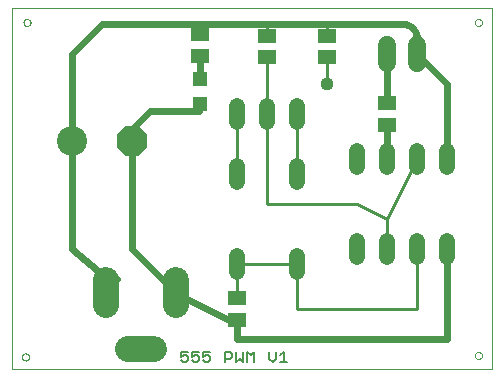
<source format=gtl>
G75*
G70*
%OFA0B0*%
%FSLAX24Y24*%
%IPPOS*%
%LPD*%
%AMOC8*
5,1,8,0,0,1.08239X$1,22.5*
%
%ADD10C,0.0000*%
%ADD11C,0.0060*%
%ADD12C,0.0520*%
%ADD13R,0.0591X0.0512*%
%ADD14R,0.0630X0.0512*%
%ADD15C,0.1000*%
%ADD16OC8,0.1000*%
%ADD17C,0.0860*%
%ADD18C,0.0600*%
%ADD19R,0.0472X0.0472*%
%ADD20C,0.0100*%
%ADD21C,0.0240*%
%ADD22C,0.0440*%
D10*
X000101Y000252D02*
X000101Y012272D01*
X016101Y012272D01*
X016101Y000252D01*
X000101Y000252D01*
X000433Y000652D02*
X000435Y000673D01*
X000441Y000693D01*
X000450Y000713D01*
X000462Y000730D01*
X000477Y000744D01*
X000495Y000756D01*
X000515Y000764D01*
X000535Y000769D01*
X000556Y000770D01*
X000577Y000767D01*
X000597Y000761D01*
X000616Y000750D01*
X000633Y000737D01*
X000646Y000721D01*
X000657Y000703D01*
X000665Y000683D01*
X000669Y000663D01*
X000669Y000641D01*
X000665Y000621D01*
X000657Y000601D01*
X000646Y000583D01*
X000633Y000567D01*
X000616Y000554D01*
X000597Y000543D01*
X000577Y000537D01*
X000556Y000534D01*
X000535Y000535D01*
X000515Y000540D01*
X000495Y000548D01*
X000477Y000560D01*
X000462Y000574D01*
X000450Y000591D01*
X000441Y000611D01*
X000435Y000631D01*
X000433Y000652D01*
X000483Y011802D02*
X000485Y011823D01*
X000491Y011843D01*
X000500Y011863D01*
X000512Y011880D01*
X000527Y011894D01*
X000545Y011906D01*
X000565Y011914D01*
X000585Y011919D01*
X000606Y011920D01*
X000627Y011917D01*
X000647Y011911D01*
X000666Y011900D01*
X000683Y011887D01*
X000696Y011871D01*
X000707Y011853D01*
X000715Y011833D01*
X000719Y011813D01*
X000719Y011791D01*
X000715Y011771D01*
X000707Y011751D01*
X000696Y011733D01*
X000683Y011717D01*
X000666Y011704D01*
X000647Y011693D01*
X000627Y011687D01*
X000606Y011684D01*
X000585Y011685D01*
X000565Y011690D01*
X000545Y011698D01*
X000527Y011710D01*
X000512Y011724D01*
X000500Y011741D01*
X000491Y011761D01*
X000485Y011781D01*
X000483Y011802D01*
X015533Y011802D02*
X015535Y011823D01*
X015541Y011843D01*
X015550Y011863D01*
X015562Y011880D01*
X015577Y011894D01*
X015595Y011906D01*
X015615Y011914D01*
X015635Y011919D01*
X015656Y011920D01*
X015677Y011917D01*
X015697Y011911D01*
X015716Y011900D01*
X015733Y011887D01*
X015746Y011871D01*
X015757Y011853D01*
X015765Y011833D01*
X015769Y011813D01*
X015769Y011791D01*
X015765Y011771D01*
X015757Y011751D01*
X015746Y011733D01*
X015733Y011717D01*
X015716Y011704D01*
X015697Y011693D01*
X015677Y011687D01*
X015656Y011684D01*
X015635Y011685D01*
X015615Y011690D01*
X015595Y011698D01*
X015577Y011710D01*
X015562Y011724D01*
X015550Y011741D01*
X015541Y011761D01*
X015535Y011781D01*
X015533Y011802D01*
X015533Y000702D02*
X015535Y000723D01*
X015541Y000743D01*
X015550Y000763D01*
X015562Y000780D01*
X015577Y000794D01*
X015595Y000806D01*
X015615Y000814D01*
X015635Y000819D01*
X015656Y000820D01*
X015677Y000817D01*
X015697Y000811D01*
X015716Y000800D01*
X015733Y000787D01*
X015746Y000771D01*
X015757Y000753D01*
X015765Y000733D01*
X015769Y000713D01*
X015769Y000691D01*
X015765Y000671D01*
X015757Y000651D01*
X015746Y000633D01*
X015733Y000617D01*
X015716Y000604D01*
X015697Y000593D01*
X015677Y000587D01*
X015656Y000584D01*
X015635Y000585D01*
X015615Y000590D01*
X015595Y000598D01*
X015577Y000610D01*
X015562Y000624D01*
X015550Y000641D01*
X015541Y000661D01*
X015535Y000681D01*
X015533Y000702D01*
D11*
X009272Y000482D02*
X009046Y000482D01*
X009159Y000482D02*
X009159Y000822D01*
X009046Y000709D01*
X008904Y000822D02*
X008904Y000595D01*
X008791Y000482D01*
X008677Y000595D01*
X008677Y000822D01*
X008167Y000822D02*
X008167Y000482D01*
X007941Y000482D02*
X007941Y000822D01*
X008054Y000709D01*
X008167Y000822D01*
X007799Y000822D02*
X007799Y000482D01*
X007686Y000595D01*
X007572Y000482D01*
X007572Y000822D01*
X007431Y000766D02*
X007431Y000652D01*
X007374Y000595D01*
X007204Y000595D01*
X007204Y000482D02*
X007204Y000822D01*
X007374Y000822D01*
X007431Y000766D01*
X006694Y000822D02*
X006467Y000822D01*
X006467Y000652D01*
X006581Y000709D01*
X006638Y000709D01*
X006694Y000652D01*
X006694Y000539D01*
X006638Y000482D01*
X006524Y000482D01*
X006467Y000539D01*
X006326Y000539D02*
X006269Y000482D01*
X006156Y000482D01*
X006099Y000539D01*
X006099Y000652D02*
X006213Y000709D01*
X006269Y000709D01*
X006326Y000652D01*
X006326Y000539D01*
X006099Y000652D02*
X006099Y000822D01*
X006326Y000822D01*
X005958Y000822D02*
X005731Y000822D01*
X005731Y000652D01*
X005844Y000709D01*
X005901Y000709D01*
X005958Y000652D01*
X005958Y000539D01*
X005901Y000482D01*
X005787Y000482D01*
X005731Y000539D01*
D12*
X007601Y003492D02*
X007601Y004012D01*
X009601Y004012D02*
X009601Y003492D01*
X011601Y003992D02*
X011601Y004512D01*
X012601Y004512D02*
X012601Y003992D01*
X013601Y003992D02*
X013601Y004512D01*
X014601Y004512D02*
X014601Y003992D01*
X014601Y006992D02*
X014601Y007512D01*
X013601Y007512D02*
X013601Y006992D01*
X012601Y006992D02*
X012601Y007512D01*
X011601Y007512D02*
X011601Y006992D01*
X009601Y007012D02*
X009601Y006492D01*
X007601Y006492D02*
X007601Y007012D01*
X007601Y008492D02*
X007601Y009012D01*
X008601Y009012D02*
X008601Y008492D01*
X009601Y008492D02*
X009601Y009012D01*
D13*
X010601Y010667D03*
X010601Y011337D03*
X008601Y011337D03*
X008601Y010667D03*
D14*
X006351Y010678D03*
X006351Y011426D03*
X012601Y009126D03*
X012601Y008378D03*
X007601Y002626D03*
X007601Y001878D03*
D15*
X002101Y007852D03*
D16*
X004101Y007852D03*
D17*
X003220Y003232D02*
X003220Y002372D01*
X003971Y000912D02*
X004831Y000912D01*
X005582Y002372D02*
X005582Y003232D01*
D18*
X012601Y010452D02*
X012601Y011052D01*
X013601Y011052D02*
X013601Y010452D01*
D19*
X006351Y009915D03*
X006351Y009089D03*
D20*
X007601Y008752D02*
X007601Y006752D01*
X008601Y005752D02*
X011601Y005752D01*
X012601Y005252D01*
X013601Y007252D01*
X012601Y005252D02*
X012601Y004252D01*
X013601Y004252D02*
X013601Y002252D01*
X009601Y002252D01*
X009601Y003752D01*
X007601Y003752D01*
X007601Y002626D01*
X008601Y005752D02*
X008601Y008752D01*
X008601Y010667D01*
X008601Y011252D02*
X008601Y011752D01*
X010601Y011752D02*
X010601Y011252D01*
X010601Y010667D02*
X010601Y009752D01*
X009601Y008752D02*
X009601Y006752D01*
X006601Y011252D02*
X006601Y011752D01*
D21*
X008601Y011752D01*
X010601Y011752D01*
X013101Y011752D01*
X013145Y011750D01*
X013188Y011744D01*
X013230Y011735D01*
X013272Y011722D01*
X013312Y011705D01*
X013351Y011685D01*
X013388Y011662D01*
X013422Y011635D01*
X013455Y011606D01*
X013484Y011573D01*
X013511Y011539D01*
X013534Y011502D01*
X013554Y011463D01*
X013571Y011423D01*
X013584Y011381D01*
X013593Y011339D01*
X013599Y011296D01*
X013601Y011252D01*
X013601Y010752D01*
X014601Y009752D01*
X014601Y007252D01*
X012601Y007252D02*
X012601Y008378D01*
X012601Y009126D02*
X012601Y010752D01*
X006601Y011752D02*
X003101Y011752D01*
X002101Y010752D01*
X002101Y007852D01*
X002101Y004252D01*
X003151Y003352D01*
X003601Y003252D01*
X004101Y004252D02*
X004101Y008252D01*
X004701Y008852D01*
X006301Y008852D01*
X006314Y008854D01*
X006326Y008859D01*
X006336Y008867D01*
X006344Y008877D01*
X006349Y008889D01*
X006351Y008902D01*
X006351Y009002D01*
X006351Y010002D02*
X006351Y010652D01*
X004101Y004252D02*
X005601Y002752D01*
X007601Y001752D01*
X007601Y001252D01*
X014601Y001252D01*
X014601Y004252D01*
D22*
X010601Y009752D03*
M02*

</source>
